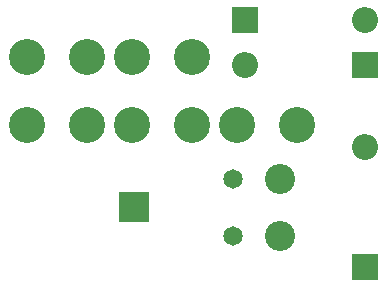
<source format=gts>
G04 #@! TF.GenerationSoftware,KiCad,Pcbnew,(7.0.0-0)*
G04 #@! TF.CreationDate,2023-03-10T18:04:30-08:00*
G04 #@! TF.ProjectId,RX7 Headlight Control,52583720-4865-4616-946c-696768742043,rev?*
G04 #@! TF.SameCoordinates,Original*
G04 #@! TF.FileFunction,Soldermask,Top*
G04 #@! TF.FilePolarity,Negative*
%FSLAX46Y46*%
G04 Gerber Fmt 4.6, Leading zero omitted, Abs format (unit mm)*
G04 Created by KiCad (PCBNEW (7.0.0-0)) date 2023-03-10 18:04:30*
%MOMM*%
%LPD*%
G01*
G04 APERTURE LIST*
%ADD10R,2.200000X2.200000*%
%ADD11O,2.200000X2.200000*%
%ADD12R,2.550000X2.550000*%
%ADD13C,1.650000*%
%ADD14C,2.550000*%
%ADD15C,3.048000*%
G04 APERTURE END LIST*
D10*
X131444999Y-95884999D03*
D11*
X141604999Y-95884999D03*
D10*
X141604999Y-116839999D03*
D11*
X141604999Y-106679999D03*
D10*
X141604999Y-99694999D03*
D11*
X131444999Y-99694999D03*
D12*
X122069999Y-111759999D03*
D13*
X130470000Y-114160000D03*
D14*
X134470000Y-114160000D03*
X134470000Y-109360000D03*
D13*
X130470000Y-109360000D03*
D15*
X127000000Y-99060000D03*
X121920000Y-99060000D03*
X130810000Y-104775000D03*
X135890000Y-104775000D03*
X118110000Y-99060000D03*
X113030000Y-99060000D03*
X118110000Y-104775000D03*
X113030000Y-104775000D03*
X127000000Y-104775000D03*
X121920000Y-104775000D03*
M02*

</source>
